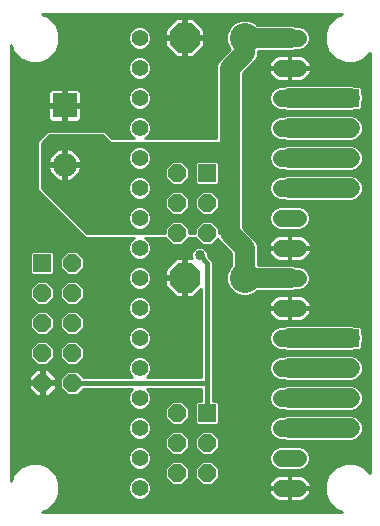
<source format=gbl>
G75*
%MOIN*%
%OFA0B0*%
%FSLAX24Y24*%
%IPPOS*%
%LPD*%
%AMOC8*
5,1,8,0,0,1.08239X$1,22.5*
%
%ADD10C,0.0560*%
%ADD11C,0.0560*%
%ADD12R,0.0800X0.0800*%
%ADD13C,0.0800*%
%ADD14R,0.0600X0.0600*%
%ADD15OC8,0.0600*%
%ADD16C,0.1000*%
%ADD17OC8,0.1000*%
%ADD18C,0.0100*%
%ADD19C,0.0337*%
%ADD20C,0.0160*%
%ADD21C,0.0660*%
D10*
X005150Y001650D03*
X005150Y002650D03*
X005150Y003650D03*
X005150Y004650D03*
X005150Y005650D03*
X005150Y006650D03*
X005150Y007650D03*
X005150Y008650D03*
X005150Y009650D03*
X005150Y010650D03*
X005150Y011650D03*
X005150Y012650D03*
X005150Y013650D03*
X005150Y014650D03*
X005150Y015650D03*
X005150Y016650D03*
D11*
X009870Y016650D02*
X010430Y016650D01*
X010430Y015650D02*
X009870Y015650D01*
X009870Y014650D02*
X010430Y014650D01*
X010430Y013650D02*
X009870Y013650D01*
X009870Y012650D02*
X010430Y012650D01*
X010430Y011650D02*
X009870Y011650D01*
X009870Y010650D02*
X010430Y010650D01*
X010430Y009650D02*
X009870Y009650D01*
X009870Y008650D02*
X010430Y008650D01*
X010430Y007650D02*
X009870Y007650D01*
X009870Y006650D02*
X010430Y006650D01*
X010430Y005650D02*
X009870Y005650D01*
X009870Y004650D02*
X010430Y004650D01*
X010430Y003650D02*
X009870Y003650D01*
X009870Y002650D02*
X010430Y002650D01*
X010430Y001650D02*
X009870Y001650D01*
D12*
X002650Y014400D03*
D13*
X002650Y012431D03*
D14*
X001900Y009150D03*
X007400Y012150D03*
X012150Y014650D03*
X012150Y006650D03*
X007400Y004150D03*
D15*
X007400Y003150D03*
X007400Y002150D03*
X006400Y002150D03*
X006400Y003150D03*
X006400Y004150D03*
X002900Y005150D03*
X002900Y006150D03*
X002900Y007150D03*
X002900Y008150D03*
X002900Y009150D03*
X001900Y008150D03*
X001900Y007150D03*
X001900Y006150D03*
X001900Y005150D03*
X006400Y010150D03*
X006400Y011150D03*
X006400Y012150D03*
X007400Y011150D03*
X007400Y010150D03*
X012150Y011650D03*
X012150Y012650D03*
X012150Y013650D03*
X012150Y005650D03*
X012150Y004650D03*
X012150Y003650D03*
D16*
X008650Y008650D03*
X008650Y016650D03*
D17*
X006650Y016650D03*
X006650Y008650D03*
D18*
X000850Y001887D02*
X000850Y016413D01*
X000946Y016180D01*
X001180Y015946D01*
X001485Y015820D01*
X001815Y015820D01*
X002120Y015946D01*
X002354Y016180D01*
X002480Y016485D01*
X002480Y016815D01*
X002354Y017120D01*
X002120Y017354D01*
X001897Y017446D01*
X011903Y017446D01*
X011680Y017354D01*
X011446Y017120D01*
X011320Y016815D01*
X011320Y016485D01*
X011446Y016180D01*
X011680Y015946D01*
X011985Y015820D01*
X012315Y015820D01*
X012620Y015946D01*
X012820Y016146D01*
X012820Y002154D01*
X012620Y002354D01*
X012315Y002480D01*
X011985Y002480D01*
X011680Y002354D01*
X011446Y002120D01*
X011320Y001815D01*
X011320Y001485D01*
X011446Y001180D01*
X011680Y000946D01*
X011913Y000850D01*
X001887Y000850D01*
X002120Y000946D01*
X002354Y001180D01*
X002480Y001485D01*
X002480Y001815D01*
X002354Y002120D01*
X002120Y002354D01*
X001815Y002480D01*
X001485Y002480D01*
X001180Y002354D01*
X000946Y002120D01*
X000850Y001887D01*
X000850Y001931D02*
X000868Y001931D01*
X000850Y002029D02*
X000909Y002029D01*
X000954Y002128D02*
X000850Y002128D01*
X000850Y002226D02*
X001052Y002226D01*
X001151Y002325D02*
X000850Y002325D01*
X000850Y002423D02*
X001348Y002423D01*
X000850Y002522D02*
X004781Y002522D01*
X004760Y002572D02*
X004819Y002429D01*
X004929Y002319D01*
X005072Y002260D01*
X005228Y002260D01*
X005371Y002319D01*
X005481Y002429D01*
X005540Y002572D01*
X005540Y002728D01*
X005481Y002871D01*
X005371Y002981D01*
X005228Y003040D01*
X005072Y003040D01*
X004929Y002981D01*
X004819Y002871D01*
X004760Y002728D01*
X004760Y002572D01*
X004760Y002620D02*
X000850Y002620D01*
X000850Y002719D02*
X004760Y002719D01*
X004797Y002817D02*
X000850Y002817D01*
X000850Y002916D02*
X004864Y002916D01*
X005010Y003014D02*
X000850Y003014D01*
X000850Y003113D02*
X005990Y003113D01*
X005990Y003211D02*
X000850Y003211D01*
X000850Y003310D02*
X004953Y003310D01*
X004929Y003319D02*
X005072Y003260D01*
X005228Y003260D01*
X005371Y003319D01*
X005481Y003429D01*
X005540Y003572D01*
X005540Y003728D01*
X005481Y003871D01*
X005371Y003981D01*
X005228Y004040D01*
X005072Y004040D01*
X004929Y003981D01*
X004819Y003871D01*
X004760Y003728D01*
X004760Y003572D01*
X004819Y003429D01*
X004929Y003319D01*
X004840Y003408D02*
X000850Y003408D01*
X000850Y003507D02*
X004787Y003507D01*
X004760Y003605D02*
X000850Y003605D01*
X000850Y003704D02*
X004760Y003704D01*
X004791Y003802D02*
X000850Y003802D01*
X000850Y003901D02*
X004849Y003901D01*
X004973Y003999D02*
X000850Y003999D01*
X000850Y004098D02*
X005990Y004098D01*
X005990Y004196D02*
X000850Y004196D01*
X000850Y004295D02*
X004989Y004295D01*
X004929Y004319D02*
X005072Y004260D01*
X005228Y004260D01*
X005371Y004319D01*
X005481Y004429D01*
X005540Y004572D01*
X005540Y004728D01*
X005481Y004871D01*
X005392Y004960D01*
X007210Y004960D01*
X007210Y004560D01*
X007054Y004560D01*
X006990Y004496D01*
X006990Y003804D01*
X007054Y003740D01*
X007746Y003740D01*
X007810Y003804D01*
X007810Y004496D01*
X007746Y004560D01*
X007590Y004560D01*
X007590Y009229D01*
X007428Y009390D01*
X007428Y009455D01*
X007386Y009558D01*
X007308Y009636D01*
X007205Y009678D01*
X007095Y009678D01*
X006992Y009636D01*
X006914Y009558D01*
X006872Y009455D01*
X006872Y009345D01*
X006890Y009300D01*
X006700Y009300D01*
X006700Y008700D01*
X006600Y008700D01*
X006600Y009300D01*
X006381Y009300D01*
X006000Y008919D01*
X006000Y008700D01*
X006600Y008700D01*
X006600Y008600D01*
X006700Y008600D01*
X006700Y008000D01*
X006919Y008000D01*
X007210Y008291D01*
X007210Y005340D01*
X005392Y005340D01*
X005481Y005429D01*
X005540Y005572D01*
X005540Y005728D01*
X005481Y005871D01*
X005371Y005981D01*
X005228Y006040D01*
X005072Y006040D01*
X004929Y005981D01*
X004819Y005871D01*
X004760Y005728D01*
X004760Y005572D01*
X004819Y005429D01*
X004908Y005340D01*
X003290Y005340D01*
X003070Y005560D01*
X002730Y005560D01*
X002490Y005320D01*
X002490Y004980D01*
X002730Y004740D01*
X003070Y004740D01*
X003290Y004960D01*
X004908Y004960D01*
X004819Y004871D01*
X004760Y004728D01*
X004760Y004572D01*
X004819Y004429D01*
X004929Y004319D01*
X004855Y004393D02*
X000850Y004393D01*
X000850Y004492D02*
X004794Y004492D01*
X004760Y004590D02*
X000850Y004590D01*
X000850Y004689D02*
X004760Y004689D01*
X004785Y004787D02*
X003117Y004787D01*
X003215Y004886D02*
X004834Y004886D01*
X004870Y005378D02*
X003252Y005378D01*
X003153Y005477D02*
X004800Y005477D01*
X004760Y005575D02*
X002111Y005575D01*
X002086Y005600D02*
X001950Y005600D01*
X001950Y005200D01*
X001850Y005200D01*
X001850Y005600D01*
X001714Y005600D01*
X001450Y005336D01*
X001450Y005200D01*
X001850Y005200D01*
X001850Y005100D01*
X001450Y005100D01*
X001450Y004964D01*
X001714Y004700D01*
X001850Y004700D01*
X001850Y005100D01*
X001950Y005100D01*
X001950Y005200D01*
X002350Y005200D01*
X002350Y005336D01*
X002086Y005600D01*
X001950Y005575D02*
X001850Y005575D01*
X001850Y005477D02*
X001950Y005477D01*
X001950Y005378D02*
X001850Y005378D01*
X001850Y005280D02*
X001950Y005280D01*
X001950Y005181D02*
X002490Y005181D01*
X002490Y005083D02*
X002350Y005083D01*
X002350Y005100D02*
X001950Y005100D01*
X001950Y004700D01*
X002086Y004700D01*
X002350Y004964D01*
X002350Y005100D01*
X002350Y004984D02*
X002490Y004984D01*
X002585Y004886D02*
X002272Y004886D01*
X002173Y004787D02*
X002683Y004787D01*
X002490Y005280D02*
X002350Y005280D01*
X002308Y005378D02*
X002548Y005378D01*
X002647Y005477D02*
X002210Y005477D01*
X002070Y005740D02*
X002310Y005980D01*
X002310Y006320D01*
X002070Y006560D01*
X001730Y006560D01*
X001490Y006320D01*
X001490Y005980D01*
X001730Y005740D01*
X002070Y005740D01*
X002102Y005772D02*
X002698Y005772D01*
X002730Y005740D02*
X003070Y005740D01*
X003310Y005980D01*
X003310Y006320D01*
X003070Y006560D01*
X002730Y006560D01*
X002490Y006320D01*
X002490Y005980D01*
X002730Y005740D01*
X002600Y005871D02*
X002200Y005871D01*
X002299Y005969D02*
X002501Y005969D01*
X002490Y006068D02*
X002310Y006068D01*
X002310Y006166D02*
X002490Y006166D01*
X002490Y006265D02*
X002310Y006265D01*
X002267Y006363D02*
X002533Y006363D01*
X002632Y006462D02*
X002168Y006462D01*
X002070Y006740D02*
X002310Y006980D01*
X002310Y007320D01*
X002070Y007560D01*
X001730Y007560D01*
X001490Y007320D01*
X001490Y006980D01*
X001730Y006740D01*
X002070Y006740D01*
X002087Y006757D02*
X002713Y006757D01*
X002730Y006740D02*
X003070Y006740D01*
X003310Y006980D01*
X003310Y007320D01*
X003070Y007560D01*
X002730Y007560D01*
X002490Y007320D01*
X002490Y006980D01*
X002730Y006740D01*
X002615Y006856D02*
X002185Y006856D01*
X002284Y006954D02*
X002516Y006954D01*
X002490Y007053D02*
X002310Y007053D01*
X002310Y007151D02*
X002490Y007151D01*
X002490Y007250D02*
X002310Y007250D01*
X002282Y007348D02*
X002518Y007348D01*
X002617Y007447D02*
X002183Y007447D01*
X002085Y007545D02*
X002715Y007545D01*
X002730Y007740D02*
X003070Y007740D01*
X003310Y007980D01*
X003310Y008320D01*
X003070Y008560D01*
X002730Y008560D01*
X002490Y008320D01*
X002490Y007980D01*
X002730Y007740D01*
X002728Y007742D02*
X002072Y007742D01*
X002070Y007740D02*
X002310Y007980D01*
X002310Y008320D01*
X002070Y008560D01*
X001730Y008560D01*
X001490Y008320D01*
X001490Y007980D01*
X001730Y007740D01*
X002070Y007740D01*
X002170Y007841D02*
X002630Y007841D01*
X002531Y007939D02*
X002269Y007939D01*
X002310Y008038D02*
X002490Y008038D01*
X002490Y008136D02*
X002310Y008136D01*
X002310Y008235D02*
X002490Y008235D01*
X002503Y008333D02*
X002297Y008333D01*
X002198Y008432D02*
X002602Y008432D01*
X002700Y008530D02*
X002100Y008530D01*
X002246Y008740D02*
X002310Y008804D01*
X002310Y009496D01*
X002246Y009560D01*
X001554Y009560D01*
X001490Y009496D01*
X001490Y008804D01*
X001554Y008740D01*
X002246Y008740D01*
X002310Y008826D02*
X002645Y008826D01*
X002730Y008740D02*
X002490Y008980D01*
X002490Y009320D01*
X002730Y009560D01*
X003070Y009560D01*
X003310Y009320D01*
X003310Y008980D01*
X003070Y008740D01*
X002730Y008740D01*
X002546Y008924D02*
X002310Y008924D01*
X002310Y009023D02*
X002490Y009023D01*
X002490Y009121D02*
X002310Y009121D01*
X002310Y009220D02*
X002490Y009220D01*
X002490Y009318D02*
X002310Y009318D01*
X002310Y009417D02*
X002587Y009417D01*
X002685Y009515D02*
X002291Y009515D01*
X001509Y009515D02*
X000850Y009515D01*
X000850Y009417D02*
X001490Y009417D01*
X001490Y009318D02*
X000850Y009318D01*
X000850Y009220D02*
X001490Y009220D01*
X001490Y009121D02*
X000850Y009121D01*
X000850Y009023D02*
X001490Y009023D01*
X001490Y008924D02*
X000850Y008924D01*
X000850Y008826D02*
X001490Y008826D01*
X001700Y008530D02*
X000850Y008530D01*
X000850Y008432D02*
X001602Y008432D01*
X001503Y008333D02*
X000850Y008333D01*
X000850Y008235D02*
X001490Y008235D01*
X001490Y008136D02*
X000850Y008136D01*
X000850Y008038D02*
X001490Y008038D01*
X001531Y007939D02*
X000850Y007939D01*
X000850Y007841D02*
X001630Y007841D01*
X001728Y007742D02*
X000850Y007742D01*
X000850Y007644D02*
X004760Y007644D01*
X004760Y007572D02*
X004760Y007728D01*
X004819Y007871D01*
X004929Y007981D01*
X005072Y008040D01*
X005228Y008040D01*
X005371Y007981D01*
X005481Y007871D01*
X005540Y007728D01*
X005540Y007572D01*
X005481Y007429D01*
X005371Y007319D01*
X005228Y007260D01*
X005072Y007260D01*
X004929Y007319D01*
X004819Y007429D01*
X004760Y007572D01*
X004771Y007545D02*
X003085Y007545D01*
X003183Y007447D02*
X004812Y007447D01*
X004900Y007348D02*
X003282Y007348D01*
X003310Y007250D02*
X007210Y007250D01*
X007210Y007348D02*
X005400Y007348D01*
X005488Y007447D02*
X007210Y007447D01*
X007210Y007545D02*
X005529Y007545D01*
X005540Y007644D02*
X007210Y007644D01*
X007210Y007742D02*
X005534Y007742D01*
X005493Y007841D02*
X007210Y007841D01*
X007210Y007939D02*
X005413Y007939D01*
X005234Y008038D02*
X006343Y008038D01*
X006381Y008000D02*
X006600Y008000D01*
X006600Y008600D01*
X006000Y008600D01*
X006000Y008381D01*
X006381Y008000D01*
X006245Y008136D02*
X003310Y008136D01*
X003310Y008038D02*
X005066Y008038D01*
X004887Y007939D02*
X003269Y007939D01*
X003170Y007841D02*
X004807Y007841D01*
X004766Y007742D02*
X003072Y007742D01*
X003310Y008235D02*
X006146Y008235D01*
X006048Y008333D02*
X005385Y008333D01*
X005371Y008319D02*
X005481Y008429D01*
X005540Y008572D01*
X005540Y008728D01*
X005481Y008871D01*
X005371Y008981D01*
X005228Y009040D01*
X005072Y009040D01*
X004929Y008981D01*
X004819Y008871D01*
X004760Y008728D01*
X004760Y008572D01*
X004819Y008429D01*
X004929Y008319D01*
X005072Y008260D01*
X005228Y008260D01*
X005371Y008319D01*
X005482Y008432D02*
X006000Y008432D01*
X006000Y008530D02*
X005522Y008530D01*
X005540Y008629D02*
X006600Y008629D01*
X006600Y008727D02*
X006700Y008727D01*
X006700Y008826D02*
X006600Y008826D01*
X006600Y008924D02*
X006700Y008924D01*
X006700Y009023D02*
X006600Y009023D01*
X006600Y009121D02*
X006700Y009121D01*
X006700Y009220D02*
X006600Y009220D01*
X006883Y009318D02*
X005368Y009318D01*
X005371Y009319D02*
X005481Y009429D01*
X005540Y009572D01*
X005540Y009728D01*
X005481Y009871D01*
X005371Y009981D01*
X005348Y009990D01*
X005990Y009990D01*
X005990Y009980D01*
X006230Y009740D01*
X006570Y009740D01*
X006810Y009980D01*
X006810Y009990D01*
X006990Y009990D01*
X006990Y009980D01*
X007230Y009740D01*
X007570Y009740D01*
X007763Y009934D01*
X007777Y009901D01*
X008210Y009468D01*
X008210Y009073D01*
X008133Y008996D01*
X008040Y008771D01*
X008040Y008529D01*
X008133Y008304D01*
X008304Y008133D01*
X008529Y008040D01*
X008771Y008040D01*
X008996Y008133D01*
X009073Y008210D01*
X010238Y008210D01*
X010358Y008260D01*
X010508Y008260D01*
X010651Y008319D01*
X010761Y008429D01*
X010820Y008572D01*
X010820Y008728D01*
X010761Y008871D01*
X010651Y008981D01*
X010508Y009040D01*
X010358Y009040D01*
X010238Y009090D01*
X009090Y009090D01*
X009090Y009738D01*
X009023Y009899D01*
X008899Y010023D01*
X008590Y010332D01*
X008590Y015468D01*
X008899Y015777D01*
X009023Y015901D01*
X009090Y016062D01*
X009090Y016210D01*
X010238Y016210D01*
X010358Y016260D01*
X010508Y016260D01*
X010651Y016319D01*
X010761Y016429D01*
X010820Y016572D01*
X010820Y016728D01*
X010761Y016871D01*
X010651Y016981D01*
X010508Y017040D01*
X010358Y017040D01*
X010238Y017090D01*
X009073Y017090D01*
X008996Y017167D01*
X008771Y017260D01*
X008529Y017260D01*
X008304Y017167D01*
X008133Y016996D01*
X008040Y016771D01*
X008040Y016529D01*
X008133Y016304D01*
X008158Y016280D01*
X007777Y015899D01*
X007710Y015738D01*
X007710Y013310D01*
X005348Y013310D01*
X005371Y013319D01*
X005481Y013429D01*
X005540Y013572D01*
X005540Y013728D01*
X005481Y013871D01*
X005371Y013981D01*
X005228Y014040D01*
X005072Y014040D01*
X004929Y013981D01*
X004819Y013871D01*
X004760Y013728D01*
X004760Y013572D01*
X004819Y013429D01*
X004929Y013319D01*
X004952Y013310D01*
X004216Y013310D01*
X004060Y013466D01*
X003966Y013560D01*
X002084Y013560D01*
X001834Y013310D01*
X001740Y013216D01*
X001740Y011584D01*
X003240Y010084D01*
X003334Y009990D01*
X004952Y009990D01*
X004929Y009981D01*
X004819Y009871D01*
X004760Y009728D01*
X004760Y009572D01*
X004819Y009429D01*
X004929Y009319D01*
X005072Y009260D01*
X005228Y009260D01*
X005371Y009319D01*
X005468Y009417D02*
X006872Y009417D01*
X006896Y009515D02*
X005516Y009515D01*
X005540Y009614D02*
X006970Y009614D01*
X007160Y009811D02*
X006640Y009811D01*
X006739Y009909D02*
X007061Y009909D01*
X006990Y010150D02*
X006810Y010150D01*
X006810Y010320D01*
X006570Y010560D01*
X006230Y010560D01*
X005990Y010320D01*
X005990Y010150D01*
X003400Y010150D01*
X001900Y011650D01*
X001900Y013150D01*
X002150Y013400D01*
X003900Y013400D01*
X004150Y013150D01*
X008150Y013150D01*
X008150Y010150D01*
X007810Y010150D01*
X007810Y010320D01*
X007570Y010560D01*
X007230Y010560D01*
X006990Y010320D01*
X006990Y010150D01*
X006990Y010205D02*
X006810Y010205D01*
X006810Y010303D02*
X006990Y010303D01*
X007072Y010402D02*
X006728Y010402D01*
X006630Y010500D02*
X007170Y010500D01*
X007230Y010740D02*
X007570Y010740D01*
X007810Y010980D01*
X007810Y011320D01*
X007570Y011560D01*
X007230Y011560D01*
X006990Y011320D01*
X006990Y010980D01*
X007230Y010740D01*
X007175Y010796D02*
X006625Y010796D01*
X006570Y010740D02*
X006810Y010980D01*
X006810Y011320D01*
X006570Y011560D01*
X006230Y011560D01*
X005990Y011320D01*
X005990Y010980D01*
X006230Y010740D01*
X006570Y010740D01*
X006724Y010894D02*
X007076Y010894D01*
X006990Y010993D02*
X006810Y010993D01*
X006810Y011091D02*
X006990Y011091D01*
X006990Y011190D02*
X006810Y011190D01*
X006810Y011288D02*
X006990Y011288D01*
X007057Y011387D02*
X006743Y011387D01*
X006645Y011485D02*
X007155Y011485D01*
X007054Y011740D02*
X006990Y011804D01*
X006990Y012496D01*
X007054Y012560D01*
X007746Y012560D01*
X007810Y012496D01*
X007810Y011804D01*
X007746Y011740D01*
X007054Y011740D01*
X007014Y011781D02*
X006610Y011781D01*
X006570Y011740D02*
X006810Y011980D01*
X006810Y012320D01*
X006570Y012560D01*
X006230Y012560D01*
X005990Y012320D01*
X005990Y011980D01*
X006230Y011740D01*
X006570Y011740D01*
X006709Y011879D02*
X006990Y011879D01*
X006990Y011978D02*
X006807Y011978D01*
X006810Y012076D02*
X006990Y012076D01*
X006990Y012175D02*
X006810Y012175D01*
X006810Y012273D02*
X006990Y012273D01*
X006990Y012372D02*
X006758Y012372D01*
X006660Y012470D02*
X006990Y012470D01*
X007810Y012470D02*
X008150Y012470D01*
X008150Y012372D02*
X007810Y012372D01*
X007810Y012273D02*
X008150Y012273D01*
X008150Y012175D02*
X007810Y012175D01*
X007810Y012076D02*
X008150Y012076D01*
X008150Y011978D02*
X007810Y011978D01*
X007810Y011879D02*
X008150Y011879D01*
X008150Y011781D02*
X007786Y011781D01*
X007645Y011485D02*
X008150Y011485D01*
X008150Y011387D02*
X007743Y011387D01*
X007810Y011288D02*
X008150Y011288D01*
X008150Y011190D02*
X007810Y011190D01*
X007810Y011091D02*
X008150Y011091D01*
X008150Y010993D02*
X007810Y010993D01*
X007724Y010894D02*
X008150Y010894D01*
X008150Y010796D02*
X007625Y010796D01*
X007630Y010500D02*
X008150Y010500D01*
X008150Y010402D02*
X007728Y010402D01*
X007810Y010303D02*
X008150Y010303D01*
X008150Y010205D02*
X007810Y010205D01*
X007774Y009909D02*
X007739Y009909D01*
X007640Y009811D02*
X007867Y009811D01*
X007966Y009712D02*
X005540Y009712D01*
X005506Y009811D02*
X006160Y009811D01*
X006061Y009909D02*
X005443Y009909D01*
X005331Y010303D02*
X005990Y010303D01*
X005990Y010205D02*
X003345Y010205D01*
X003247Y010303D02*
X004969Y010303D01*
X004929Y010319D02*
X005072Y010260D01*
X005228Y010260D01*
X005371Y010319D01*
X005481Y010429D01*
X005540Y010572D01*
X005540Y010728D01*
X005481Y010871D01*
X005371Y010981D01*
X005228Y011040D01*
X005072Y011040D01*
X004929Y010981D01*
X004819Y010871D01*
X004760Y010728D01*
X004760Y010572D01*
X004819Y010429D01*
X004929Y010319D01*
X004847Y010402D02*
X003148Y010402D01*
X003050Y010500D02*
X004790Y010500D01*
X004760Y010599D02*
X002951Y010599D01*
X002853Y010697D02*
X004760Y010697D01*
X004788Y010796D02*
X002754Y010796D01*
X002656Y010894D02*
X004842Y010894D01*
X004958Y010993D02*
X002557Y010993D01*
X002459Y011091D02*
X005990Y011091D01*
X005990Y010993D02*
X005342Y010993D01*
X005458Y010894D02*
X006076Y010894D01*
X006175Y010796D02*
X005512Y010796D01*
X005540Y010697D02*
X008150Y010697D01*
X008150Y010599D02*
X005540Y010599D01*
X005510Y010500D02*
X006170Y010500D01*
X006072Y010402D02*
X005453Y010402D01*
X004857Y009909D02*
X000850Y009909D01*
X000850Y009811D02*
X004794Y009811D01*
X004760Y009712D02*
X000850Y009712D01*
X000850Y009614D02*
X004760Y009614D01*
X004784Y009515D02*
X003115Y009515D01*
X003213Y009417D02*
X004832Y009417D01*
X004932Y009318D02*
X003310Y009318D01*
X003310Y009220D02*
X006300Y009220D01*
X006202Y009121D02*
X003310Y009121D01*
X003310Y009023D02*
X005030Y009023D01*
X004872Y008924D02*
X003254Y008924D01*
X003155Y008826D02*
X004801Y008826D01*
X004760Y008727D02*
X000850Y008727D01*
X000850Y008629D02*
X004760Y008629D01*
X004778Y008530D02*
X003100Y008530D01*
X003198Y008432D02*
X004818Y008432D01*
X004915Y008333D02*
X003297Y008333D01*
X003310Y007151D02*
X007210Y007151D01*
X007210Y007053D02*
X003310Y007053D01*
X003284Y006954D02*
X004902Y006954D01*
X004929Y006981D02*
X004819Y006871D01*
X004760Y006728D01*
X004760Y006572D01*
X004819Y006429D01*
X004929Y006319D01*
X005072Y006260D01*
X005228Y006260D01*
X005371Y006319D01*
X005481Y006429D01*
X005540Y006572D01*
X005540Y006728D01*
X005481Y006871D01*
X005371Y006981D01*
X005228Y007040D01*
X005072Y007040D01*
X004929Y006981D01*
X004813Y006856D02*
X003185Y006856D01*
X003087Y006757D02*
X004772Y006757D01*
X004760Y006659D02*
X000850Y006659D01*
X000850Y006757D02*
X001713Y006757D01*
X001615Y006856D02*
X000850Y006856D01*
X000850Y006954D02*
X001516Y006954D01*
X001490Y007053D02*
X000850Y007053D01*
X000850Y007151D02*
X001490Y007151D01*
X001490Y007250D02*
X000850Y007250D01*
X000850Y007348D02*
X001518Y007348D01*
X001617Y007447D02*
X000850Y007447D01*
X000850Y007545D02*
X001715Y007545D01*
X001632Y006462D02*
X000850Y006462D01*
X000850Y006560D02*
X004765Y006560D01*
X004806Y006462D02*
X003168Y006462D01*
X003267Y006363D02*
X004885Y006363D01*
X005062Y006265D02*
X003310Y006265D01*
X003310Y006166D02*
X007210Y006166D01*
X007210Y006068D02*
X003310Y006068D01*
X003299Y005969D02*
X004917Y005969D01*
X004819Y005871D02*
X003200Y005871D01*
X003102Y005772D02*
X004778Y005772D01*
X004760Y005674D02*
X000850Y005674D01*
X000850Y005772D02*
X001698Y005772D01*
X001600Y005871D02*
X000850Y005871D01*
X000850Y005969D02*
X001501Y005969D01*
X001490Y006068D02*
X000850Y006068D01*
X000850Y006166D02*
X001490Y006166D01*
X001490Y006265D02*
X000850Y006265D01*
X000850Y006363D02*
X001533Y006363D01*
X001689Y005575D02*
X000850Y005575D01*
X000850Y005477D02*
X001590Y005477D01*
X001492Y005378D02*
X000850Y005378D01*
X000850Y005280D02*
X001450Y005280D01*
X001450Y005083D02*
X000850Y005083D01*
X000850Y005181D02*
X001850Y005181D01*
X001850Y005083D02*
X001950Y005083D01*
X001950Y004984D02*
X001850Y004984D01*
X001850Y004886D02*
X001950Y004886D01*
X001950Y004787D02*
X001850Y004787D01*
X001627Y004787D02*
X000850Y004787D01*
X000850Y004886D02*
X001528Y004886D01*
X001450Y004984D02*
X000850Y004984D01*
X001952Y002423D02*
X004825Y002423D01*
X004924Y002325D02*
X002149Y002325D01*
X002248Y002226D02*
X005990Y002226D01*
X005990Y002320D02*
X005990Y001980D01*
X006230Y001740D01*
X006570Y001740D01*
X006810Y001980D01*
X006810Y002320D01*
X006570Y002560D01*
X006230Y002560D01*
X005990Y002320D01*
X005995Y002325D02*
X005376Y002325D01*
X005475Y002423D02*
X006093Y002423D01*
X006192Y002522D02*
X005519Y002522D01*
X005540Y002620D02*
X009480Y002620D01*
X009480Y002572D02*
X009480Y002728D01*
X009539Y002871D01*
X009649Y002981D01*
X009792Y003040D01*
X010508Y003040D01*
X010651Y002981D01*
X010761Y002871D01*
X010820Y002728D01*
X010820Y002572D01*
X010761Y002429D01*
X010651Y002319D01*
X010508Y002260D01*
X009792Y002260D01*
X009649Y002319D01*
X009539Y002429D01*
X009480Y002572D01*
X009501Y002522D02*
X007608Y002522D01*
X007570Y002560D02*
X007230Y002560D01*
X006990Y002320D01*
X006990Y001980D01*
X007230Y001740D01*
X007570Y001740D01*
X007810Y001980D01*
X007810Y002320D01*
X007570Y002560D01*
X007570Y002740D02*
X007810Y002980D01*
X007810Y003320D01*
X007570Y003560D01*
X007230Y003560D01*
X006990Y003320D01*
X006990Y002980D01*
X007230Y002740D01*
X007570Y002740D01*
X007647Y002817D02*
X009517Y002817D01*
X009480Y002719D02*
X005540Y002719D01*
X005503Y002817D02*
X006153Y002817D01*
X006230Y002740D02*
X005990Y002980D01*
X005990Y003320D01*
X006230Y003560D01*
X006570Y003560D01*
X006810Y003320D01*
X006810Y002980D01*
X006570Y002740D01*
X006230Y002740D01*
X006055Y002916D02*
X005436Y002916D01*
X005290Y003014D02*
X005990Y003014D01*
X005990Y003310D02*
X005347Y003310D01*
X005460Y003408D02*
X006078Y003408D01*
X006177Y003507D02*
X005513Y003507D01*
X005540Y003605D02*
X009480Y003605D01*
X009480Y003572D02*
X009539Y003429D01*
X009649Y003319D01*
X009792Y003260D01*
X009942Y003260D01*
X010062Y003210D01*
X012238Y003210D01*
X012310Y003240D01*
X012320Y003240D01*
X012327Y003247D01*
X012399Y003277D01*
X012523Y003401D01*
X012553Y003473D01*
X012560Y003480D01*
X012560Y003490D01*
X012590Y003562D01*
X012590Y003738D01*
X012560Y003810D01*
X012560Y003820D01*
X012553Y003827D01*
X012523Y003899D01*
X012399Y004023D01*
X012327Y004053D01*
X012320Y004060D01*
X012310Y004060D01*
X012238Y004090D01*
X010062Y004090D01*
X009942Y004040D01*
X009792Y004040D01*
X009649Y003981D01*
X009539Y003871D01*
X009480Y003728D01*
X009480Y003572D01*
X009507Y003507D02*
X007623Y003507D01*
X007722Y003408D02*
X009560Y003408D01*
X009673Y003310D02*
X007810Y003310D01*
X007810Y003211D02*
X010060Y003211D01*
X009730Y003014D02*
X007810Y003014D01*
X007810Y003113D02*
X012820Y003113D01*
X012820Y003211D02*
X012240Y003211D01*
X012432Y003310D02*
X012820Y003310D01*
X012820Y003408D02*
X012526Y003408D01*
X012567Y003507D02*
X012820Y003507D01*
X012820Y003605D02*
X012590Y003605D01*
X012590Y003704D02*
X012820Y003704D01*
X012820Y003802D02*
X012563Y003802D01*
X012522Y003901D02*
X012820Y003901D01*
X012820Y003999D02*
X012423Y003999D01*
X012320Y004240D02*
X012327Y004247D01*
X012399Y004277D01*
X012523Y004401D01*
X012553Y004473D01*
X012560Y004480D01*
X012560Y004490D01*
X012590Y004562D01*
X012590Y004738D01*
X012560Y004810D01*
X012560Y004820D01*
X012553Y004827D01*
X012523Y004899D01*
X012399Y005023D01*
X012327Y005053D01*
X012320Y005060D01*
X012310Y005060D01*
X012238Y005090D01*
X010062Y005090D01*
X009942Y005040D01*
X009792Y005040D01*
X009649Y004981D01*
X009539Y004871D01*
X009480Y004728D01*
X009480Y004572D01*
X009539Y004429D01*
X009649Y004319D01*
X009792Y004260D01*
X009942Y004260D01*
X010062Y004210D01*
X012238Y004210D01*
X012310Y004240D01*
X012320Y004240D01*
X012417Y004295D02*
X012820Y004295D01*
X012820Y004393D02*
X012515Y004393D01*
X012561Y004492D02*
X012820Y004492D01*
X012820Y004590D02*
X012590Y004590D01*
X012590Y004689D02*
X012820Y004689D01*
X012820Y004787D02*
X012570Y004787D01*
X012529Y004886D02*
X012820Y004886D01*
X012820Y004984D02*
X012438Y004984D01*
X012256Y005083D02*
X012820Y005083D01*
X012820Y005181D02*
X007590Y005181D01*
X007590Y005083D02*
X010044Y005083D01*
X010062Y005210D02*
X012238Y005210D01*
X012310Y005240D01*
X012320Y005240D01*
X012327Y005247D01*
X012399Y005277D01*
X012523Y005401D01*
X012553Y005473D01*
X012560Y005480D01*
X012560Y005490D01*
X012590Y005562D01*
X012590Y005738D01*
X012560Y005810D01*
X012560Y005820D01*
X012553Y005827D01*
X012523Y005899D01*
X012399Y006023D01*
X012327Y006053D01*
X012320Y006060D01*
X012310Y006060D01*
X012238Y006090D01*
X010062Y006090D01*
X009942Y006040D01*
X009792Y006040D01*
X009649Y005981D01*
X009539Y005871D01*
X009480Y005728D01*
X009480Y005572D01*
X009539Y005429D01*
X009649Y005319D01*
X009792Y005260D01*
X009942Y005260D01*
X010062Y005210D01*
X009745Y005280D02*
X007590Y005280D01*
X007590Y005378D02*
X009590Y005378D01*
X009520Y005477D02*
X007590Y005477D01*
X007590Y005575D02*
X009480Y005575D01*
X009480Y005674D02*
X007590Y005674D01*
X007590Y005772D02*
X009498Y005772D01*
X009539Y005871D02*
X007590Y005871D01*
X007590Y005969D02*
X009637Y005969D01*
X009782Y006265D02*
X007590Y006265D01*
X007590Y006363D02*
X009605Y006363D01*
X009649Y006319D02*
X009539Y006429D01*
X009480Y006572D01*
X009480Y006728D01*
X009539Y006871D01*
X009649Y006981D01*
X009792Y007040D01*
X009942Y007040D01*
X010062Y007090D01*
X012238Y007090D01*
X012310Y007060D01*
X012496Y007060D01*
X012560Y006996D01*
X012560Y006810D01*
X012590Y006738D01*
X012590Y006562D01*
X012560Y006490D01*
X012560Y006304D01*
X012496Y006240D01*
X012310Y006240D01*
X012238Y006210D01*
X010062Y006210D01*
X009942Y006260D01*
X009792Y006260D01*
X009649Y006319D01*
X009526Y006462D02*
X007590Y006462D01*
X007590Y006560D02*
X009485Y006560D01*
X009480Y006659D02*
X007590Y006659D01*
X007590Y006757D02*
X009492Y006757D01*
X009533Y006856D02*
X007590Y006856D01*
X007590Y006954D02*
X009622Y006954D01*
X009769Y007231D02*
X009836Y007220D01*
X010121Y007220D01*
X010121Y007621D01*
X010179Y007621D01*
X010179Y007679D01*
X010121Y007679D01*
X010121Y008080D01*
X009836Y008080D01*
X009769Y008069D01*
X009705Y008048D01*
X009645Y008018D01*
X009590Y007978D01*
X009542Y007930D01*
X009502Y007875D01*
X009472Y007815D01*
X009451Y007751D01*
X009440Y007684D01*
X009440Y007679D01*
X010121Y007679D01*
X010121Y007621D01*
X009440Y007621D01*
X009440Y007616D01*
X009451Y007549D01*
X009472Y007485D01*
X009502Y007425D01*
X009542Y007370D01*
X009590Y007322D01*
X009645Y007282D01*
X009705Y007252D01*
X009769Y007231D01*
X009711Y007250D02*
X007590Y007250D01*
X007590Y007348D02*
X009564Y007348D01*
X009491Y007447D02*
X007590Y007447D01*
X007590Y007545D02*
X009452Y007545D01*
X009449Y007742D02*
X007590Y007742D01*
X007590Y007644D02*
X010121Y007644D01*
X010179Y007644D02*
X012820Y007644D01*
X012820Y007742D02*
X010851Y007742D01*
X010849Y007751D02*
X010828Y007815D01*
X010798Y007875D01*
X010758Y007930D01*
X010710Y007978D01*
X010655Y008018D01*
X010595Y008048D01*
X010531Y008069D01*
X010464Y008080D01*
X010179Y008080D01*
X010179Y007679D01*
X010860Y007679D01*
X010860Y007684D01*
X010849Y007751D01*
X010816Y007841D02*
X012820Y007841D01*
X012820Y007939D02*
X010749Y007939D01*
X010617Y008038D02*
X012820Y008038D01*
X012820Y008136D02*
X008999Y008136D01*
X009484Y007841D02*
X007590Y007841D01*
X007590Y007939D02*
X009551Y007939D01*
X009683Y008038D02*
X007590Y008038D01*
X007590Y008136D02*
X008301Y008136D01*
X008203Y008235D02*
X007590Y008235D01*
X007590Y008333D02*
X008121Y008333D01*
X008080Y008432D02*
X007590Y008432D01*
X007590Y008530D02*
X008040Y008530D01*
X008040Y008629D02*
X007590Y008629D01*
X007590Y008727D02*
X008040Y008727D01*
X008062Y008826D02*
X007590Y008826D01*
X007590Y008924D02*
X008103Y008924D01*
X008160Y009023D02*
X007590Y009023D01*
X007590Y009121D02*
X008210Y009121D01*
X008210Y009220D02*
X007590Y009220D01*
X007501Y009318D02*
X008210Y009318D01*
X008210Y009417D02*
X007428Y009417D01*
X007404Y009515D02*
X008163Y009515D01*
X008064Y009614D02*
X007330Y009614D01*
X006700Y008530D02*
X006600Y008530D01*
X006600Y008432D02*
X006700Y008432D01*
X006700Y008333D02*
X006600Y008333D01*
X006600Y008235D02*
X006700Y008235D01*
X006700Y008136D02*
X006600Y008136D01*
X006600Y008038D02*
X006700Y008038D01*
X006957Y008038D02*
X007210Y008038D01*
X007210Y008136D02*
X007055Y008136D01*
X007154Y008235D02*
X007210Y008235D01*
X007590Y007151D02*
X012820Y007151D01*
X012820Y007053D02*
X012503Y007053D01*
X012560Y006954D02*
X012820Y006954D01*
X012820Y006856D02*
X012560Y006856D01*
X012582Y006757D02*
X012820Y006757D01*
X012820Y006659D02*
X012590Y006659D01*
X012589Y006560D02*
X012820Y006560D01*
X012820Y006462D02*
X012560Y006462D01*
X012560Y006363D02*
X012820Y006363D01*
X012820Y006265D02*
X012520Y006265D01*
X012292Y006068D02*
X012820Y006068D01*
X012820Y006166D02*
X007590Y006166D01*
X007590Y006068D02*
X010008Y006068D01*
X009972Y007053D02*
X007590Y007053D01*
X007210Y006954D02*
X005398Y006954D01*
X005487Y006856D02*
X007210Y006856D01*
X007210Y006757D02*
X005528Y006757D01*
X005540Y006659D02*
X007210Y006659D01*
X007210Y006560D02*
X005535Y006560D01*
X005494Y006462D02*
X007210Y006462D01*
X007210Y006363D02*
X005415Y006363D01*
X005238Y006265D02*
X007210Y006265D01*
X007210Y005969D02*
X005383Y005969D01*
X005481Y005871D02*
X007210Y005871D01*
X007210Y005772D02*
X005522Y005772D01*
X005540Y005674D02*
X007210Y005674D01*
X007210Y005575D02*
X005540Y005575D01*
X005500Y005477D02*
X007210Y005477D01*
X007210Y005378D02*
X005430Y005378D01*
X005466Y004886D02*
X007210Y004886D01*
X007210Y004787D02*
X005515Y004787D01*
X005540Y004689D02*
X007210Y004689D01*
X007210Y004590D02*
X005540Y004590D01*
X005506Y004492D02*
X006162Y004492D01*
X006230Y004560D02*
X005990Y004320D01*
X005990Y003980D01*
X006230Y003740D01*
X006570Y003740D01*
X006810Y003980D01*
X006810Y004320D01*
X006570Y004560D01*
X006230Y004560D01*
X006063Y004393D02*
X005445Y004393D01*
X005311Y004295D02*
X005990Y004295D01*
X005990Y003999D02*
X005327Y003999D01*
X005451Y003901D02*
X006070Y003901D01*
X006168Y003802D02*
X005509Y003802D01*
X005540Y003704D02*
X009480Y003704D01*
X009511Y003802D02*
X007808Y003802D01*
X007810Y003901D02*
X009569Y003901D01*
X009693Y003999D02*
X007810Y003999D01*
X007810Y004098D02*
X012820Y004098D01*
X012820Y004196D02*
X007810Y004196D01*
X007810Y004295D02*
X009709Y004295D01*
X009575Y004393D02*
X007810Y004393D01*
X007810Y004492D02*
X009514Y004492D01*
X009480Y004590D02*
X007590Y004590D01*
X007590Y004689D02*
X009480Y004689D01*
X009505Y004787D02*
X007590Y004787D01*
X007590Y004886D02*
X009554Y004886D01*
X009657Y004984D02*
X007590Y004984D01*
X006990Y004492D02*
X006638Y004492D01*
X006737Y004393D02*
X006990Y004393D01*
X006990Y004295D02*
X006810Y004295D01*
X006810Y004196D02*
X006990Y004196D01*
X006990Y004098D02*
X006810Y004098D01*
X006810Y003999D02*
X006990Y003999D01*
X006990Y003901D02*
X006730Y003901D01*
X006632Y003802D02*
X006992Y003802D01*
X007177Y003507D02*
X006623Y003507D01*
X006722Y003408D02*
X007078Y003408D01*
X006990Y003310D02*
X006810Y003310D01*
X006810Y003211D02*
X006990Y003211D01*
X006990Y003113D02*
X006810Y003113D01*
X006810Y003014D02*
X006990Y003014D01*
X007055Y002916D02*
X006745Y002916D01*
X006647Y002817D02*
X007153Y002817D01*
X007192Y002522D02*
X006608Y002522D01*
X006707Y002423D02*
X007093Y002423D01*
X006995Y002325D02*
X006805Y002325D01*
X006810Y002226D02*
X006990Y002226D01*
X006990Y002128D02*
X006810Y002128D01*
X006810Y002029D02*
X006990Y002029D01*
X007040Y001931D02*
X006760Y001931D01*
X006662Y001832D02*
X007138Y001832D01*
X007662Y001832D02*
X009480Y001832D01*
X009472Y001815D02*
X009502Y001875D01*
X009542Y001930D01*
X009590Y001978D01*
X009645Y002018D01*
X009705Y002048D01*
X009769Y002069D01*
X009836Y002080D01*
X010121Y002080D01*
X010121Y001679D01*
X010179Y001679D01*
X010179Y002080D01*
X010464Y002080D01*
X010531Y002069D01*
X010595Y002048D01*
X010655Y002018D01*
X010710Y001978D01*
X010758Y001930D01*
X010798Y001875D01*
X010828Y001815D01*
X010849Y001751D01*
X010860Y001684D01*
X010860Y001679D01*
X010179Y001679D01*
X010179Y001621D01*
X010860Y001621D01*
X010860Y001616D01*
X010849Y001549D01*
X010828Y001485D01*
X010798Y001425D01*
X010758Y001370D01*
X010710Y001322D01*
X010655Y001282D01*
X010595Y001252D01*
X010531Y001231D01*
X010464Y001220D01*
X010179Y001220D01*
X010179Y001621D01*
X010121Y001621D01*
X010121Y001220D01*
X009836Y001220D01*
X009769Y001231D01*
X009705Y001252D01*
X009645Y001282D01*
X009590Y001322D01*
X009542Y001370D01*
X009502Y001425D01*
X009472Y001485D01*
X009451Y001549D01*
X009440Y001616D01*
X009440Y001621D01*
X010121Y001621D01*
X010121Y001679D01*
X009440Y001679D01*
X009440Y001684D01*
X009451Y001751D01*
X009472Y001815D01*
X009448Y001734D02*
X005538Y001734D01*
X005540Y001728D02*
X005481Y001871D01*
X005371Y001981D01*
X005228Y002040D01*
X005072Y002040D01*
X004929Y001981D01*
X004819Y001871D01*
X004760Y001728D01*
X004760Y001572D01*
X004819Y001429D01*
X004929Y001319D01*
X005072Y001260D01*
X005228Y001260D01*
X005371Y001319D01*
X005481Y001429D01*
X005540Y001572D01*
X005540Y001728D01*
X005540Y001635D02*
X010121Y001635D01*
X010179Y001635D02*
X011320Y001635D01*
X011320Y001537D02*
X010845Y001537D01*
X010805Y001438D02*
X011340Y001438D01*
X011380Y001340D02*
X010728Y001340D01*
X010563Y001241D02*
X011421Y001241D01*
X011484Y001143D02*
X002316Y001143D01*
X002379Y001241D02*
X009737Y001241D01*
X009572Y001340D02*
X005391Y001340D01*
X005484Y001438D02*
X009495Y001438D01*
X009455Y001537D02*
X005525Y001537D01*
X005497Y001832D02*
X006138Y001832D01*
X006040Y001931D02*
X005421Y001931D01*
X005254Y002029D02*
X005990Y002029D01*
X005990Y002128D02*
X002346Y002128D01*
X002391Y002029D02*
X005046Y002029D01*
X004879Y001931D02*
X002432Y001931D01*
X002473Y001832D02*
X004803Y001832D01*
X004762Y001734D02*
X002480Y001734D01*
X002480Y001635D02*
X004760Y001635D01*
X004775Y001537D02*
X002480Y001537D01*
X002460Y001438D02*
X004816Y001438D01*
X004909Y001340D02*
X002420Y001340D01*
X002218Y001044D02*
X011582Y001044D01*
X011682Y000946D02*
X002118Y000946D01*
X007760Y001931D02*
X009542Y001931D01*
X009667Y002029D02*
X007810Y002029D01*
X007810Y002128D02*
X011454Y002128D01*
X011409Y002029D02*
X010633Y002029D01*
X010758Y001931D02*
X011368Y001931D01*
X011327Y001832D02*
X010820Y001832D01*
X010852Y001734D02*
X011320Y001734D01*
X011552Y002226D02*
X007810Y002226D01*
X007805Y002325D02*
X009644Y002325D01*
X009545Y002423D02*
X007707Y002423D01*
X007745Y002916D02*
X009584Y002916D01*
X010121Y002029D02*
X010179Y002029D01*
X010179Y001931D02*
X010121Y001931D01*
X010121Y001832D02*
X010179Y001832D01*
X010179Y001734D02*
X010121Y001734D01*
X010121Y001537D02*
X010179Y001537D01*
X010179Y001438D02*
X010121Y001438D01*
X010121Y001340D02*
X010179Y001340D01*
X010179Y001241D02*
X010121Y001241D01*
X010656Y002325D02*
X011651Y002325D01*
X011848Y002423D02*
X010755Y002423D01*
X010799Y002522D02*
X012820Y002522D01*
X012820Y002620D02*
X010820Y002620D01*
X010820Y002719D02*
X012820Y002719D01*
X012820Y002817D02*
X010783Y002817D01*
X010716Y002916D02*
X012820Y002916D01*
X012820Y003014D02*
X010570Y003014D01*
X012402Y005280D02*
X012820Y005280D01*
X012820Y005378D02*
X012500Y005378D01*
X012556Y005477D02*
X012820Y005477D01*
X012820Y005575D02*
X012590Y005575D01*
X012590Y005674D02*
X012820Y005674D01*
X012820Y005772D02*
X012576Y005772D01*
X012535Y005871D02*
X012820Y005871D01*
X012820Y005969D02*
X012453Y005969D01*
X012820Y007250D02*
X010589Y007250D01*
X010595Y007252D02*
X010655Y007282D01*
X010710Y007322D01*
X010758Y007370D01*
X010798Y007425D01*
X010828Y007485D01*
X010849Y007549D01*
X010860Y007616D01*
X010860Y007621D01*
X010179Y007621D01*
X010179Y007220D01*
X010464Y007220D01*
X010531Y007231D01*
X010595Y007252D01*
X010736Y007348D02*
X012820Y007348D01*
X012820Y007447D02*
X010809Y007447D01*
X010848Y007545D02*
X012820Y007545D01*
X012820Y008235D02*
X010297Y008235D01*
X010179Y008038D02*
X010121Y008038D01*
X010121Y007939D02*
X010179Y007939D01*
X010179Y007841D02*
X010121Y007841D01*
X010121Y007742D02*
X010179Y007742D01*
X010179Y007545D02*
X010121Y007545D01*
X010121Y007447D02*
X010179Y007447D01*
X010179Y007348D02*
X010121Y007348D01*
X010121Y007250D02*
X010179Y007250D01*
X010665Y008333D02*
X012820Y008333D01*
X012820Y008432D02*
X010762Y008432D01*
X010802Y008530D02*
X012820Y008530D01*
X012820Y008629D02*
X010820Y008629D01*
X010820Y008727D02*
X012820Y008727D01*
X012820Y008826D02*
X010779Y008826D01*
X010708Y008924D02*
X012820Y008924D01*
X012820Y009023D02*
X010550Y009023D01*
X010531Y009231D02*
X010464Y009220D01*
X010179Y009220D01*
X010179Y009621D01*
X010179Y009679D01*
X010121Y009679D01*
X010121Y010080D01*
X009836Y010080D01*
X009769Y010069D01*
X009705Y010048D01*
X009645Y010018D01*
X009590Y009978D01*
X009542Y009930D01*
X009502Y009875D01*
X009472Y009815D01*
X009451Y009751D01*
X009440Y009684D01*
X009440Y009679D01*
X010121Y009679D01*
X010121Y009621D01*
X010179Y009621D01*
X010860Y009621D01*
X010860Y009616D01*
X010849Y009549D01*
X010828Y009485D01*
X010798Y009425D01*
X010758Y009370D01*
X010710Y009322D01*
X010655Y009282D01*
X010595Y009252D01*
X010531Y009231D01*
X010705Y009318D02*
X012820Y009318D01*
X012820Y009220D02*
X009090Y009220D01*
X009090Y009318D02*
X009595Y009318D01*
X009590Y009322D02*
X009645Y009282D01*
X009705Y009252D01*
X009769Y009231D01*
X009836Y009220D01*
X010121Y009220D01*
X010121Y009621D01*
X009440Y009621D01*
X009440Y009616D01*
X009451Y009549D01*
X009472Y009485D01*
X009502Y009425D01*
X009542Y009370D01*
X009590Y009322D01*
X009508Y009417D02*
X009090Y009417D01*
X009090Y009515D02*
X009462Y009515D01*
X009440Y009614D02*
X009090Y009614D01*
X009090Y009712D02*
X009444Y009712D01*
X009470Y009811D02*
X009060Y009811D01*
X009013Y009909D02*
X009527Y009909D01*
X009631Y010008D02*
X008915Y010008D01*
X008816Y010106D02*
X012820Y010106D01*
X012820Y010008D02*
X010669Y010008D01*
X010655Y010018D02*
X010710Y009978D01*
X010758Y009930D01*
X010798Y009875D01*
X010828Y009815D01*
X010849Y009751D01*
X010860Y009684D01*
X010860Y009679D01*
X010179Y009679D01*
X010179Y010080D01*
X010464Y010080D01*
X010531Y010069D01*
X010595Y010048D01*
X010655Y010018D01*
X010773Y009909D02*
X012820Y009909D01*
X012820Y009811D02*
X010830Y009811D01*
X010856Y009712D02*
X012820Y009712D01*
X012820Y009614D02*
X010860Y009614D01*
X010838Y009515D02*
X012820Y009515D01*
X012820Y009417D02*
X010792Y009417D01*
X010179Y009417D02*
X010121Y009417D01*
X010121Y009515D02*
X010179Y009515D01*
X010179Y009614D02*
X010121Y009614D01*
X010121Y009712D02*
X010179Y009712D01*
X010179Y009811D02*
X010121Y009811D01*
X010121Y009909D02*
X010179Y009909D01*
X010179Y010008D02*
X010121Y010008D01*
X009792Y010260D02*
X010508Y010260D01*
X010651Y010319D01*
X010761Y010429D01*
X010820Y010572D01*
X010820Y010728D01*
X010761Y010871D01*
X010651Y010981D01*
X010508Y011040D01*
X009792Y011040D01*
X009649Y010981D01*
X009539Y010871D01*
X009480Y010728D01*
X009480Y010572D01*
X009539Y010429D01*
X009649Y010319D01*
X009792Y010260D01*
X009689Y010303D02*
X008619Y010303D01*
X008590Y010402D02*
X009567Y010402D01*
X009510Y010500D02*
X008590Y010500D01*
X008590Y010599D02*
X009480Y010599D01*
X009480Y010697D02*
X008590Y010697D01*
X008590Y010796D02*
X009508Y010796D01*
X009562Y010894D02*
X008590Y010894D01*
X008590Y010993D02*
X009678Y010993D01*
X009792Y011260D02*
X009942Y011260D01*
X010062Y011210D01*
X012238Y011210D01*
X012310Y011240D01*
X012320Y011240D01*
X012327Y011247D01*
X012399Y011277D01*
X012523Y011401D01*
X012553Y011473D01*
X012560Y011480D01*
X012560Y011490D01*
X012590Y011562D01*
X012590Y011738D01*
X012560Y011810D01*
X012560Y011820D01*
X012553Y011827D01*
X012523Y011899D01*
X012399Y012023D01*
X012327Y012053D01*
X012320Y012060D01*
X012310Y012060D01*
X012238Y012090D01*
X010062Y012090D01*
X009942Y012040D01*
X009792Y012040D01*
X009649Y011981D01*
X009539Y011871D01*
X009480Y011728D01*
X009480Y011572D01*
X009539Y011429D01*
X009649Y011319D01*
X009792Y011260D01*
X009725Y011288D02*
X008590Y011288D01*
X008590Y011190D02*
X012820Y011190D01*
X012820Y011288D02*
X012410Y011288D01*
X012509Y011387D02*
X012820Y011387D01*
X012820Y011485D02*
X012560Y011485D01*
X012590Y011584D02*
X012820Y011584D01*
X012820Y011682D02*
X012590Y011682D01*
X012572Y011781D02*
X012820Y011781D01*
X012820Y011879D02*
X012531Y011879D01*
X012445Y011978D02*
X012820Y011978D01*
X012820Y012076D02*
X012271Y012076D01*
X012238Y012210D02*
X012310Y012240D01*
X012320Y012240D01*
X012327Y012247D01*
X012399Y012277D01*
X012523Y012401D01*
X012553Y012473D01*
X012560Y012480D01*
X012560Y012490D01*
X012590Y012562D01*
X012590Y012738D01*
X012560Y012810D01*
X012560Y012820D01*
X012553Y012827D01*
X012523Y012899D01*
X012399Y013023D01*
X012327Y013053D01*
X012320Y013060D01*
X012310Y013060D01*
X012238Y013090D01*
X010062Y013090D01*
X009942Y013040D01*
X009792Y013040D01*
X009649Y012981D01*
X009539Y012871D01*
X009480Y012728D01*
X009480Y012572D01*
X009539Y012429D01*
X009649Y012319D01*
X009792Y012260D01*
X009942Y012260D01*
X010062Y012210D01*
X012238Y012210D01*
X012390Y012273D02*
X012820Y012273D01*
X012820Y012175D02*
X008590Y012175D01*
X008590Y012273D02*
X009761Y012273D01*
X009597Y012372D02*
X008590Y012372D01*
X008590Y012470D02*
X009522Y012470D01*
X009482Y012569D02*
X008590Y012569D01*
X008590Y012667D02*
X009480Y012667D01*
X009496Y012766D02*
X008590Y012766D01*
X008590Y012864D02*
X009537Y012864D01*
X009631Y012963D02*
X008590Y012963D01*
X008590Y013061D02*
X009993Y013061D01*
X010062Y013210D02*
X012238Y013210D01*
X012310Y013240D01*
X012320Y013240D01*
X012327Y013247D01*
X012399Y013277D01*
X012523Y013401D01*
X012553Y013473D01*
X012560Y013480D01*
X012560Y013490D01*
X012590Y013562D01*
X012590Y013738D01*
X012560Y013810D01*
X012560Y013820D01*
X012553Y013827D01*
X012523Y013899D01*
X012399Y014023D01*
X012327Y014053D01*
X012320Y014060D01*
X012310Y014060D01*
X012238Y014090D01*
X010062Y014090D01*
X009942Y014040D01*
X009792Y014040D01*
X009649Y013981D01*
X009539Y013871D01*
X009480Y013728D01*
X009480Y013572D01*
X009539Y013429D01*
X009649Y013319D01*
X009792Y013260D01*
X009942Y013260D01*
X010062Y013210D01*
X009947Y013258D02*
X008590Y013258D01*
X008590Y013160D02*
X012820Y013160D01*
X012820Y013258D02*
X012353Y013258D01*
X012479Y013357D02*
X012820Y013357D01*
X012820Y013455D02*
X012545Y013455D01*
X012586Y013554D02*
X012820Y013554D01*
X012820Y013652D02*
X012590Y013652D01*
X012585Y013751D02*
X012820Y013751D01*
X012820Y013849D02*
X012544Y013849D01*
X012475Y013948D02*
X012820Y013948D01*
X012820Y014046D02*
X012344Y014046D01*
X012238Y014210D02*
X012310Y014240D01*
X012496Y014240D01*
X012560Y014304D01*
X012560Y014490D01*
X012590Y014562D01*
X012590Y014738D01*
X012560Y014810D01*
X012560Y014996D01*
X012496Y015060D01*
X012310Y015060D01*
X012238Y015090D01*
X010062Y015090D01*
X009942Y015040D01*
X009792Y015040D01*
X009649Y014981D01*
X009539Y014871D01*
X009480Y014728D01*
X009480Y014572D01*
X009539Y014429D01*
X009649Y014319D01*
X009792Y014260D01*
X009942Y014260D01*
X010062Y014210D01*
X012238Y014210D01*
X012499Y014243D02*
X012820Y014243D01*
X012820Y014145D02*
X008590Y014145D01*
X008590Y014243D02*
X009983Y014243D01*
X009956Y014046D02*
X008590Y014046D01*
X008590Y013948D02*
X009616Y013948D01*
X009530Y013849D02*
X008590Y013849D01*
X008590Y013751D02*
X009490Y013751D01*
X009480Y013652D02*
X008590Y013652D01*
X008590Y013554D02*
X009488Y013554D01*
X009529Y013455D02*
X008590Y013455D01*
X008590Y013357D02*
X009612Y013357D01*
X009627Y014342D02*
X008590Y014342D01*
X008590Y014440D02*
X009535Y014440D01*
X009494Y014539D02*
X008590Y014539D01*
X008590Y014637D02*
X009480Y014637D01*
X009483Y014736D02*
X008590Y014736D01*
X008590Y014834D02*
X009524Y014834D01*
X009601Y014933D02*
X008590Y014933D01*
X008590Y015031D02*
X009771Y015031D01*
X009785Y015228D02*
X008590Y015228D01*
X008590Y015130D02*
X012820Y015130D01*
X012820Y015228D02*
X010515Y015228D01*
X010531Y015231D02*
X010595Y015252D01*
X010655Y015282D01*
X010710Y015322D01*
X010758Y015370D01*
X010798Y015425D01*
X012820Y015425D01*
X012820Y015327D02*
X010715Y015327D01*
X010798Y015425D02*
X010828Y015485D01*
X010849Y015549D01*
X010860Y015616D01*
X010860Y015621D01*
X010179Y015621D01*
X010179Y015679D01*
X010121Y015679D01*
X010121Y016080D01*
X009836Y016080D01*
X009769Y016069D01*
X009705Y016048D01*
X009645Y016018D01*
X009590Y015978D01*
X009542Y015930D01*
X009502Y015875D01*
X009472Y015815D01*
X009451Y015751D01*
X009440Y015684D01*
X009440Y015679D01*
X010121Y015679D01*
X010121Y015621D01*
X010179Y015621D01*
X010179Y015220D01*
X010464Y015220D01*
X010531Y015231D01*
X010841Y015524D02*
X012820Y015524D01*
X012820Y015622D02*
X010179Y015622D01*
X010179Y015679D02*
X010860Y015679D01*
X010860Y015684D01*
X010849Y015751D01*
X010828Y015815D01*
X010798Y015875D01*
X010758Y015930D01*
X010710Y015978D01*
X010655Y016018D01*
X010595Y016048D01*
X010531Y016069D01*
X010464Y016080D01*
X010179Y016080D01*
X010179Y015679D01*
X010179Y015721D02*
X010121Y015721D01*
X010121Y015819D02*
X010179Y015819D01*
X010179Y015918D02*
X010121Y015918D01*
X010121Y016016D02*
X010179Y016016D01*
X010245Y016213D02*
X011433Y016213D01*
X011392Y016312D02*
X010632Y016312D01*
X010742Y016410D02*
X011351Y016410D01*
X011320Y016509D02*
X010794Y016509D01*
X010820Y016607D02*
X011320Y016607D01*
X011320Y016706D02*
X010820Y016706D01*
X010788Y016804D02*
X011320Y016804D01*
X011356Y016903D02*
X010729Y016903D01*
X010602Y017001D02*
X011397Y017001D01*
X011438Y017100D02*
X009063Y017100D01*
X008921Y017198D02*
X011524Y017198D01*
X011623Y017297D02*
X006923Y017297D01*
X006919Y017300D02*
X006700Y017300D01*
X006700Y016700D01*
X007300Y016700D01*
X007300Y016919D01*
X006919Y017300D01*
X007021Y017198D02*
X008379Y017198D01*
X008237Y017100D02*
X007120Y017100D01*
X007218Y017001D02*
X008138Y017001D01*
X008094Y016903D02*
X007300Y016903D01*
X007300Y016804D02*
X008054Y016804D01*
X008040Y016706D02*
X007300Y016706D01*
X007300Y016600D02*
X006700Y016600D01*
X006700Y016700D01*
X006600Y016700D01*
X006600Y017300D01*
X006381Y017300D01*
X006000Y016919D01*
X006000Y016700D01*
X006600Y016700D01*
X006600Y016600D01*
X006700Y016600D01*
X006700Y016000D01*
X006919Y016000D01*
X007300Y016381D01*
X007300Y016600D01*
X007300Y016509D02*
X008048Y016509D01*
X008040Y016607D02*
X006700Y016607D01*
X006700Y016509D02*
X006600Y016509D01*
X006600Y016600D02*
X006600Y016000D01*
X006381Y016000D01*
X006000Y016381D01*
X006000Y016600D01*
X006600Y016600D01*
X006600Y016607D02*
X005540Y016607D01*
X005540Y016572D02*
X005481Y016429D01*
X005371Y016319D01*
X005228Y016260D01*
X005072Y016260D01*
X004929Y016319D01*
X004819Y016429D01*
X004760Y016572D01*
X004760Y016728D01*
X004819Y016871D01*
X004929Y016981D01*
X005072Y017040D01*
X005228Y017040D01*
X005371Y016981D01*
X005481Y016871D01*
X005540Y016728D01*
X005540Y016572D01*
X005514Y016509D02*
X006000Y016509D01*
X006000Y016410D02*
X005462Y016410D01*
X005352Y016312D02*
X006069Y016312D01*
X006168Y016213D02*
X002367Y016213D01*
X002408Y016312D02*
X004948Y016312D01*
X004838Y016410D02*
X002449Y016410D01*
X002480Y016509D02*
X004786Y016509D01*
X004760Y016607D02*
X002480Y016607D01*
X002480Y016706D02*
X004760Y016706D01*
X004792Y016804D02*
X002480Y016804D01*
X002444Y016903D02*
X004851Y016903D01*
X004978Y017001D02*
X002403Y017001D01*
X002362Y017100D02*
X006180Y017100D01*
X006279Y017198D02*
X002276Y017198D01*
X002177Y017297D02*
X006377Y017297D01*
X006600Y017297D02*
X006700Y017297D01*
X006700Y017198D02*
X006600Y017198D01*
X006600Y017100D02*
X006700Y017100D01*
X006700Y017001D02*
X006600Y017001D01*
X006600Y016903D02*
X006700Y016903D01*
X006700Y016804D02*
X006600Y016804D01*
X006600Y016706D02*
X006700Y016706D01*
X006700Y016410D02*
X006600Y016410D01*
X006600Y016312D02*
X006700Y016312D01*
X006700Y016213D02*
X006600Y016213D01*
X006600Y016115D02*
X006700Y016115D01*
X006700Y016016D02*
X006600Y016016D01*
X006365Y016016D02*
X005285Y016016D01*
X005228Y016040D02*
X005072Y016040D01*
X004929Y015981D01*
X004819Y015871D01*
X004760Y015728D01*
X004760Y015572D01*
X004819Y015429D01*
X004929Y015319D01*
X005072Y015260D01*
X005228Y015260D01*
X005371Y015319D01*
X005481Y015429D01*
X005540Y015572D01*
X005540Y015728D01*
X005481Y015871D01*
X005371Y015981D01*
X005228Y016040D01*
X005434Y015918D02*
X007795Y015918D01*
X007744Y015819D02*
X005502Y015819D01*
X005540Y015721D02*
X007710Y015721D01*
X007710Y015622D02*
X005540Y015622D01*
X005520Y015524D02*
X007710Y015524D01*
X007710Y015425D02*
X005477Y015425D01*
X005378Y015327D02*
X007710Y015327D01*
X007710Y015228D02*
X000850Y015228D01*
X000850Y015130D02*
X007710Y015130D01*
X007710Y015031D02*
X005249Y015031D01*
X005228Y015040D02*
X005072Y015040D01*
X004929Y014981D01*
X004819Y014871D01*
X004760Y014728D01*
X004760Y014572D01*
X004819Y014429D01*
X004929Y014319D01*
X005072Y014260D01*
X005228Y014260D01*
X005371Y014319D01*
X005481Y014429D01*
X005540Y014572D01*
X005540Y014728D01*
X005481Y014871D01*
X005371Y014981D01*
X005228Y015040D01*
X005051Y015031D02*
X000850Y015031D01*
X000850Y014933D02*
X002180Y014933D01*
X002192Y014940D02*
X002158Y014920D01*
X002130Y014892D01*
X002110Y014858D01*
X002100Y014820D01*
X002100Y014450D01*
X002600Y014450D01*
X002600Y014950D01*
X002230Y014950D01*
X002192Y014940D01*
X002104Y014834D02*
X000850Y014834D01*
X000850Y014736D02*
X002100Y014736D01*
X002100Y014637D02*
X000850Y014637D01*
X000850Y014539D02*
X002100Y014539D01*
X002100Y014350D02*
X002100Y013980D01*
X002110Y013942D01*
X002130Y013908D01*
X002158Y013880D01*
X002192Y013860D01*
X002230Y013850D01*
X002600Y013850D01*
X002600Y014350D01*
X002700Y014350D01*
X002700Y014450D01*
X002600Y014450D01*
X002600Y014350D01*
X002100Y014350D01*
X002100Y014342D02*
X000850Y014342D01*
X000850Y014440D02*
X002600Y014440D01*
X002600Y014342D02*
X002700Y014342D01*
X002700Y014350D02*
X002700Y013850D01*
X003070Y013850D01*
X003108Y013860D01*
X003142Y013880D01*
X003170Y013908D01*
X003190Y013942D01*
X003200Y013980D01*
X003200Y014350D01*
X002700Y014350D01*
X002700Y014440D02*
X004815Y014440D01*
X004774Y014539D02*
X003200Y014539D01*
X003200Y014450D02*
X003200Y014820D01*
X003190Y014858D01*
X003170Y014892D01*
X003142Y014920D01*
X003108Y014940D01*
X003070Y014950D01*
X002700Y014950D01*
X002700Y014450D01*
X003200Y014450D01*
X003200Y014342D02*
X004907Y014342D01*
X004760Y014637D02*
X003200Y014637D01*
X003200Y014736D02*
X004763Y014736D01*
X004804Y014834D02*
X003196Y014834D01*
X003120Y014933D02*
X004881Y014933D01*
X004922Y015327D02*
X000850Y015327D01*
X000850Y015425D02*
X004823Y015425D01*
X004780Y015524D02*
X000850Y015524D01*
X000850Y015622D02*
X004760Y015622D01*
X004760Y015721D02*
X000850Y015721D01*
X000850Y015819D02*
X004798Y015819D01*
X004866Y015918D02*
X002050Y015918D01*
X002190Y016016D02*
X005015Y016016D01*
X005540Y016706D02*
X006000Y016706D01*
X006000Y016804D02*
X005508Y016804D01*
X005449Y016903D02*
X006000Y016903D01*
X006082Y017001D02*
X005322Y017001D01*
X006266Y016115D02*
X002288Y016115D01*
X002600Y014933D02*
X002700Y014933D01*
X002700Y014834D02*
X002600Y014834D01*
X002600Y014736D02*
X002700Y014736D01*
X002700Y014637D02*
X002600Y014637D01*
X002600Y014539D02*
X002700Y014539D01*
X002700Y014243D02*
X002600Y014243D01*
X002600Y014145D02*
X002700Y014145D01*
X002700Y014046D02*
X002600Y014046D01*
X002600Y013948D02*
X002700Y013948D01*
X003191Y013948D02*
X004896Y013948D01*
X004810Y013849D02*
X000850Y013849D01*
X000850Y013751D02*
X004770Y013751D01*
X004760Y013652D02*
X000850Y013652D01*
X000850Y013554D02*
X002077Y013554D01*
X001979Y013455D02*
X000850Y013455D01*
X000850Y013357D02*
X001880Y013357D01*
X001782Y013258D02*
X000850Y013258D01*
X000850Y013160D02*
X001740Y013160D01*
X001740Y013061D02*
X000850Y013061D01*
X000850Y012963D02*
X001740Y012963D01*
X001740Y012864D02*
X000850Y012864D01*
X000850Y012766D02*
X001740Y012766D01*
X001740Y012667D02*
X000850Y012667D01*
X000850Y012569D02*
X001740Y012569D01*
X001740Y012470D02*
X000850Y012470D01*
X000850Y012372D02*
X001740Y012372D01*
X001740Y012273D02*
X000850Y012273D01*
X000850Y012175D02*
X001740Y012175D01*
X001740Y012076D02*
X000850Y012076D01*
X000850Y011978D02*
X001740Y011978D01*
X001740Y011879D02*
X000850Y011879D01*
X000850Y011781D02*
X001740Y011781D01*
X001740Y011682D02*
X000850Y011682D01*
X000850Y011584D02*
X001740Y011584D01*
X001839Y011485D02*
X000850Y011485D01*
X000850Y011387D02*
X001937Y011387D01*
X002036Y011288D02*
X000850Y011288D01*
X000850Y011190D02*
X002134Y011190D01*
X002233Y011091D02*
X000850Y011091D01*
X000850Y010993D02*
X002331Y010993D01*
X002430Y010894D02*
X000850Y010894D01*
X000850Y010796D02*
X002528Y010796D01*
X002627Y010697D02*
X000850Y010697D01*
X000850Y010599D02*
X002725Y010599D01*
X002824Y010500D02*
X000850Y010500D01*
X000850Y010402D02*
X002922Y010402D01*
X003021Y010303D02*
X000850Y010303D01*
X000850Y010205D02*
X003119Y010205D01*
X003218Y010106D02*
X000850Y010106D01*
X000850Y010008D02*
X003316Y010008D01*
X002360Y011190D02*
X005990Y011190D01*
X005990Y011288D02*
X005295Y011288D01*
X005228Y011260D02*
X005371Y011319D01*
X005481Y011429D01*
X005540Y011572D01*
X005540Y011728D01*
X005481Y011871D01*
X005371Y011981D01*
X005228Y012040D01*
X005072Y012040D01*
X004929Y011981D01*
X004819Y011871D01*
X004760Y011728D01*
X004760Y011572D01*
X004819Y011429D01*
X004929Y011319D01*
X005072Y011260D01*
X005228Y011260D01*
X005438Y011387D02*
X006057Y011387D01*
X006155Y011485D02*
X005504Y011485D01*
X005540Y011584D02*
X008150Y011584D01*
X008150Y011682D02*
X005540Y011682D01*
X005518Y011781D02*
X006190Y011781D01*
X006091Y011879D02*
X005473Y011879D01*
X005374Y011978D02*
X005993Y011978D01*
X005990Y012076D02*
X003072Y012076D01*
X003070Y012073D02*
X003120Y012143D01*
X003160Y012220D01*
X003186Y012303D01*
X003199Y012381D01*
X002700Y012381D01*
X002700Y011883D01*
X002779Y011895D01*
X002861Y011922D01*
X002938Y011961D01*
X003008Y012012D01*
X003070Y012073D01*
X003136Y012175D02*
X005990Y012175D01*
X005990Y012273D02*
X005259Y012273D01*
X005228Y012260D02*
X005371Y012319D01*
X005481Y012429D01*
X005540Y012572D01*
X005540Y012728D01*
X005481Y012871D01*
X005371Y012981D01*
X005228Y013040D01*
X005072Y013040D01*
X004929Y012981D01*
X004819Y012871D01*
X004760Y012728D01*
X004760Y012572D01*
X004819Y012429D01*
X004929Y012319D01*
X005072Y012260D01*
X005228Y012260D01*
X005041Y012273D02*
X003177Y012273D01*
X003197Y012372D02*
X004877Y012372D01*
X004802Y012470D02*
X002700Y012470D01*
X002700Y012481D02*
X003199Y012481D01*
X003186Y012560D01*
X003160Y012643D01*
X003120Y012720D01*
X003070Y012790D01*
X003008Y012851D01*
X002938Y012902D01*
X002861Y012941D01*
X002779Y012968D01*
X002700Y012980D01*
X002700Y012482D01*
X002600Y012482D01*
X002600Y012980D01*
X002521Y012968D01*
X002439Y012941D01*
X002362Y012902D01*
X002292Y012851D01*
X002230Y012790D01*
X002180Y012720D01*
X002140Y012643D01*
X002114Y012560D01*
X002101Y012481D01*
X002600Y012481D01*
X002600Y012381D01*
X002700Y012381D01*
X002700Y012481D01*
X002700Y012569D02*
X002600Y012569D01*
X002600Y012667D02*
X002700Y012667D01*
X002700Y012766D02*
X002600Y012766D01*
X002600Y012864D02*
X002700Y012864D01*
X002700Y012963D02*
X002600Y012963D01*
X002505Y012963D02*
X001900Y012963D01*
X001900Y013061D02*
X008150Y013061D01*
X008150Y012963D02*
X005389Y012963D01*
X005483Y012864D02*
X008150Y012864D01*
X008150Y012766D02*
X005524Y012766D01*
X005540Y012667D02*
X008150Y012667D01*
X008150Y012569D02*
X005538Y012569D01*
X005498Y012470D02*
X006140Y012470D01*
X006042Y012372D02*
X005423Y012372D01*
X004926Y011978D02*
X002961Y011978D01*
X002700Y011978D02*
X002600Y011978D01*
X002600Y011883D02*
X002600Y012381D01*
X002101Y012381D01*
X002114Y012303D01*
X002140Y012220D01*
X002180Y012143D01*
X002230Y012073D01*
X002292Y012012D01*
X002362Y011961D01*
X002439Y011922D01*
X002521Y011895D01*
X002600Y011883D01*
X002600Y012076D02*
X002700Y012076D01*
X002700Y012175D02*
X002600Y012175D01*
X002600Y012273D02*
X002700Y012273D01*
X002700Y012372D02*
X002600Y012372D01*
X002600Y012470D02*
X001900Y012470D01*
X001900Y012372D02*
X002103Y012372D01*
X002123Y012273D02*
X001900Y012273D01*
X001900Y012175D02*
X002164Y012175D01*
X002228Y012076D02*
X001900Y012076D01*
X001900Y011978D02*
X002339Y011978D01*
X001966Y011584D02*
X004760Y011584D01*
X004760Y011682D02*
X001900Y011682D01*
X001900Y011781D02*
X004782Y011781D01*
X004827Y011879D02*
X001900Y011879D01*
X002065Y011485D02*
X004796Y011485D01*
X004862Y011387D02*
X002163Y011387D01*
X002262Y011288D02*
X005005Y011288D01*
X004762Y012569D02*
X003184Y012569D01*
X003147Y012667D02*
X004760Y012667D01*
X004776Y012766D02*
X003087Y012766D01*
X002990Y012864D02*
X004817Y012864D01*
X004911Y012963D02*
X002795Y012963D01*
X002310Y012864D02*
X001900Y012864D01*
X001900Y012766D02*
X002213Y012766D01*
X002153Y012667D02*
X001900Y012667D01*
X001900Y012569D02*
X002116Y012569D01*
X001910Y013160D02*
X004140Y013160D01*
X004042Y013258D02*
X002008Y013258D01*
X002107Y013357D02*
X003943Y013357D01*
X004071Y013455D02*
X004809Y013455D01*
X004768Y013554D02*
X003973Y013554D01*
X004170Y013357D02*
X004892Y013357D01*
X005408Y013357D02*
X007710Y013357D01*
X007710Y013455D02*
X005491Y013455D01*
X005532Y013554D02*
X007710Y013554D01*
X007710Y013652D02*
X005540Y013652D01*
X005530Y013751D02*
X007710Y013751D01*
X007710Y013849D02*
X005490Y013849D01*
X005404Y013948D02*
X007710Y013948D01*
X007710Y014046D02*
X003200Y014046D01*
X003200Y014145D02*
X007710Y014145D01*
X007710Y014243D02*
X003200Y014243D01*
X002100Y014243D02*
X000850Y014243D01*
X000850Y014145D02*
X002100Y014145D01*
X002100Y014046D02*
X000850Y014046D01*
X000850Y013948D02*
X002109Y013948D01*
X001250Y015918D02*
X000850Y015918D01*
X000850Y016016D02*
X001110Y016016D01*
X001012Y016115D02*
X000850Y016115D01*
X000850Y016213D02*
X000933Y016213D01*
X000892Y016312D02*
X000850Y016312D01*
X000850Y016410D02*
X000851Y016410D01*
X002020Y017395D02*
X011780Y017395D01*
X011512Y016115D02*
X009090Y016115D01*
X009071Y016016D02*
X009642Y016016D01*
X009533Y015918D02*
X009030Y015918D01*
X008941Y015819D02*
X009474Y015819D01*
X009446Y015721D02*
X008843Y015721D01*
X008744Y015622D02*
X010121Y015622D01*
X010121Y015621D02*
X009440Y015621D01*
X009440Y015616D01*
X009451Y015549D01*
X009472Y015485D01*
X009502Y015425D01*
X008590Y015425D01*
X008590Y015327D02*
X009585Y015327D01*
X009590Y015322D02*
X009645Y015282D01*
X009705Y015252D01*
X009769Y015231D01*
X009836Y015220D01*
X010121Y015220D01*
X010121Y015621D01*
X010121Y015524D02*
X010179Y015524D01*
X010179Y015425D02*
X010121Y015425D01*
X010121Y015327D02*
X010179Y015327D01*
X010179Y015228D02*
X010121Y015228D01*
X009590Y015322D02*
X009542Y015370D01*
X009502Y015425D01*
X009459Y015524D02*
X008646Y015524D01*
X007992Y016115D02*
X007034Y016115D01*
X007132Y016213D02*
X008091Y016213D01*
X008130Y016312D02*
X007231Y016312D01*
X007300Y016410D02*
X008089Y016410D01*
X007894Y016016D02*
X006935Y016016D01*
X007710Y014933D02*
X005419Y014933D01*
X005496Y014834D02*
X007710Y014834D01*
X007710Y014736D02*
X005537Y014736D01*
X005540Y014637D02*
X007710Y014637D01*
X007710Y014539D02*
X005526Y014539D01*
X005485Y014440D02*
X007710Y014440D01*
X007710Y014342D02*
X005393Y014342D01*
X008590Y012076D02*
X010029Y012076D01*
X009646Y011978D02*
X008590Y011978D01*
X008590Y011879D02*
X009547Y011879D01*
X009502Y011781D02*
X008590Y011781D01*
X008590Y011682D02*
X009480Y011682D01*
X009480Y011584D02*
X008590Y011584D01*
X008590Y011485D02*
X009516Y011485D01*
X009582Y011387D02*
X008590Y011387D01*
X008590Y011091D02*
X012820Y011091D01*
X012820Y010993D02*
X010622Y010993D01*
X010738Y010894D02*
X012820Y010894D01*
X012820Y010796D02*
X010792Y010796D01*
X010820Y010697D02*
X012820Y010697D01*
X012820Y010599D02*
X010820Y010599D01*
X010790Y010500D02*
X012820Y010500D01*
X012820Y010402D02*
X010733Y010402D01*
X010611Y010303D02*
X012820Y010303D01*
X012820Y010205D02*
X008718Y010205D01*
X009090Y009121D02*
X012820Y009121D01*
X012820Y012372D02*
X012494Y012372D01*
X012552Y012470D02*
X012820Y012470D01*
X012820Y012569D02*
X012590Y012569D01*
X012590Y012667D02*
X012820Y012667D01*
X012820Y012766D02*
X012578Y012766D01*
X012538Y012864D02*
X012820Y012864D01*
X012820Y012963D02*
X012460Y012963D01*
X012307Y013061D02*
X012820Y013061D01*
X012820Y014342D02*
X012560Y014342D01*
X012560Y014440D02*
X012820Y014440D01*
X012820Y014539D02*
X012580Y014539D01*
X012590Y014637D02*
X012820Y014637D01*
X012820Y014736D02*
X012590Y014736D01*
X012560Y014834D02*
X012820Y014834D01*
X012820Y014933D02*
X012560Y014933D01*
X012525Y015031D02*
X012820Y015031D01*
X012820Y015721D02*
X010854Y015721D01*
X010826Y015819D02*
X012820Y015819D01*
X012820Y015918D02*
X012550Y015918D01*
X012690Y016016D02*
X012820Y016016D01*
X012820Y016115D02*
X012788Y016115D01*
X011750Y015918D02*
X010767Y015918D01*
X010658Y016016D02*
X011610Y016016D01*
X010179Y009318D02*
X010121Y009318D01*
X006103Y009023D02*
X005270Y009023D01*
X005428Y008924D02*
X006005Y008924D01*
X006000Y008826D02*
X005499Y008826D01*
X005540Y008727D02*
X006000Y008727D01*
X012452Y002423D02*
X012820Y002423D01*
X012820Y002325D02*
X012649Y002325D01*
X012748Y002226D02*
X012820Y002226D01*
D19*
X007150Y009400D03*
D20*
X007400Y009150D01*
X007400Y005150D01*
X002900Y005150D01*
X007400Y005150D02*
X007400Y004150D01*
D21*
X010150Y003650D02*
X012150Y003650D01*
X012150Y004650D02*
X010150Y004650D01*
X010150Y005650D02*
X012150Y005650D01*
X012150Y006650D02*
X010150Y006650D01*
X010150Y008650D02*
X008650Y008650D01*
X008650Y009650D01*
X008150Y010150D01*
X008150Y015650D01*
X008650Y016150D01*
X008650Y016650D01*
X010150Y016650D01*
X010150Y014650D02*
X012150Y014650D01*
X012150Y013650D02*
X010150Y013650D01*
X010150Y012650D02*
X012150Y012650D01*
X012150Y011650D02*
X010150Y011650D01*
M02*

</source>
